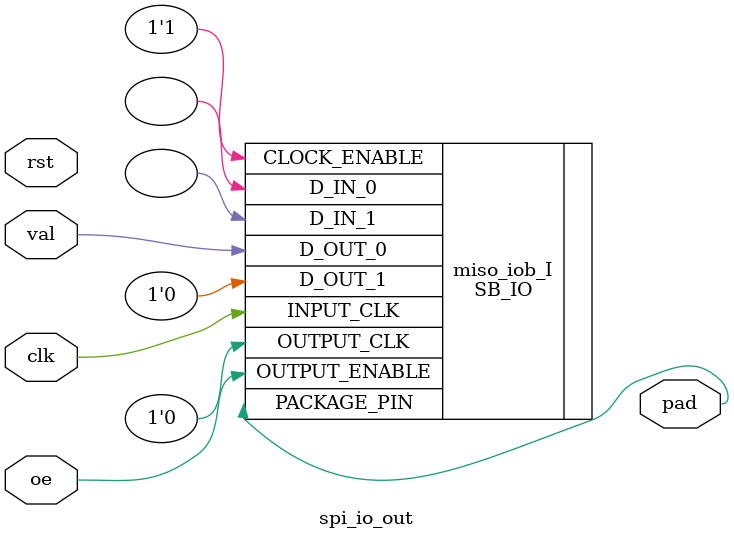
<source format=v>
/*
 * spi.v
 *
 * CERN Open Hardware Licence v1.2 - See LICENSE
 *
 * Copyright (C) 2018  Sylvain Munaut
 *
 * vim: ts=4 sw=4
 */

`default_nettype none

module spi (
	// SPI pads
	input  wire spi_mosi,
	output wire spi_miso,
	input  wire spi_cs_n,
	input  wire spi_clk,

	// Interface
	output wire [7:0] addr,
	output wire [7:0] data,
	output reg  first,
	output reg  last,
	output wire strobe,

	input  wire [7:0] out,

	// Clock / Reset
	input  wire  clk,
	input  wire  rst
);
	// Signals
	// -------

	wire spi_cs_n_i;
	wire spi_cs_n_r;
	wire spi_cs_n_f;
	wire spi_clk_r;
	wire spi_clk_f;
	wire spi_mosi_i;

	reg  spi_miso_out;
	wire spi_miso_oe;

	reg [8:0] shift_reg;
	reg [7:0] addr_reg;
	reg [2:0] bit_cnt;

	reg has_byte;
	reg addr_done;
	reg strobe_addr;
	reg strobe_ext;


	// IOs
	// ---

	// IOs
	spi_io_in cs_n_io_I (
		.pad(spi_cs_n),
		.val(spi_cs_n_i),
		.rise(spi_cs_n_r),
		.fall(spi_cs_n_f),
		.clk(clk),
		.rst(rst)
	);

	spi_io_in clk_io_I (
		.pad(spi_clk),
		.val(),
		.rise(spi_clk_r),
		.fall(spi_clk_f),
		.clk(clk),
		.rst(rst)
	);

	spi_io_in mosi_io_I (
		.pad(spi_mosi),
		.val(spi_mosi_i),
		.rise(),
		.fall(),
		.clk(clk),
		.rst(rst)
	);

	spi_io_out miso_io_I (
		.pad(spi_miso),
		.val(spi_miso_out),
		.oe(spi_miso_oe),
		.clk(clk),
		.rst(rst)
	);


	// Control logic
	// -------------

	// Output of single byte
	assign spi_miso_oe  = ~spi_cs_n_i;

	always @(posedge clk)
		if (spi_cs_n_f)
			spi_miso_out <= out[7];
		else if (spi_clk_f)
			spi_miso_out <= shift_reg[7] & ~(has_byte | addr_done);

	// Shift register
	always @(posedge clk)
		if (spi_cs_n_f)
			shift_reg <= { 1'b0, out };
		else if (spi_clk_r | spi_cs_n_r)
			shift_reg <= { shift_reg[7:0], spi_mosi_i };

	// Bit counter
	always @(posedge clk)
		if (spi_cs_n_f)
			bit_cnt <= 0;
		else
			bit_cnt <= bit_cnt + spi_clk_r;

	// Strobes
	always @(posedge clk)
		if (spi_cs_n_f) begin
			// Technically reset isn't needed ... but sharing it should allow
			// packing in the same TILE as the other bit using that reset line
			has_byte    <= 1'b0;
			strobe_addr <= 1'b0;
			strobe_ext  <= 1'b0;
		end else begin
			has_byte <= (has_byte & ~(spi_clk_r | spi_cs_n_r)) | ((bit_cnt == 3'b111) & spi_clk_r);
			strobe_addr <= has_byte & (spi_clk_r | spi_cs_n_r) & ~addr_done;
			strobe_ext  <= has_byte & (spi_clk_r | spi_cs_n_r) &  addr_done;
		end

	// Address register
	always @(posedge clk)
		if (spi_cs_n_f)
			addr_done <= 1'b0;
		else
			addr_done <= addr_done | strobe_addr;

	always @(posedge clk)
		if (strobe_addr)
			addr_reg <= shift_reg[8:1];

	// Outputs
	assign addr   = addr_reg;
	assign data   = shift_reg[8:1];
	assign strobe = strobe_ext;

	always @(posedge clk)
	begin
		if (spi_cs_n_f) begin
			first <= 1'b1;
			last  <= 1'b0;
		end else begin
			first <= first & ~strobe_ext;
			last  <= last | spi_cs_n_r;
		end
	end

endmodule // spi


module spi_io_in (
	input  wire pad,
	output wire val,
	output reg  rise,
	output reg  fall,
	input  wire clk,
	input  wire rst
);
	// Signals
	wire iob_out;
	reg val_i;

	// IOB
	SB_IO #(
		.PIN_TYPE(6'b000000),
		.PULLUP(1'b0),
		.NEG_TRIGGER(1'b0),
		.IO_STANDARD("SB_LVCMOS")
	) cs_n_iob_I (
		.PACKAGE_PIN(pad),
		.CLOCK_ENABLE(1'b1),
		.INPUT_CLK(clk),
//		.OUTPUT_CLK(1'b0),
		.OUTPUT_ENABLE(1'b0),
		.D_OUT_0(1'b0),
		.D_OUT_1(1'b0),
		.D_IN_0(iob_out),
		.D_IN_1()
	);

	// Value and transition registers
	always @(posedge clk or posedge rst)
		if (rst) begin
			val_i <= 1'b0;
			rise  <= 1'b0;
			fall  <= 1'b0;
		end else begin
			val_i <=  iob_out;
			rise  <=  iob_out & ~val_i;
			fall  <= ~iob_out &  val_i;
		end

	assign val = val_i;

endmodule // spi_io_in


module spi_io_out (
	output wire pad,
	input  wire val,
	input  wire oe,
	input  wire clk,
	input  wire rst
);

	SB_IO #(
		.PIN_TYPE(6'b101001),
		.PULLUP(1'b0),
		.NEG_TRIGGER(1'b0),
		.IO_STANDARD("SB_LVCMOS")
	) miso_iob_I (
		.PACKAGE_PIN(pad),
		.CLOCK_ENABLE(1'b1),
		.INPUT_CLK(clk),
		.OUTPUT_CLK(1'b0),
		.OUTPUT_ENABLE(oe),
		.D_OUT_0(val),
		.D_OUT_1(1'b0),
		.D_IN_0(),
		.D_IN_1()
	);

endmodule // spi_io_out

</source>
